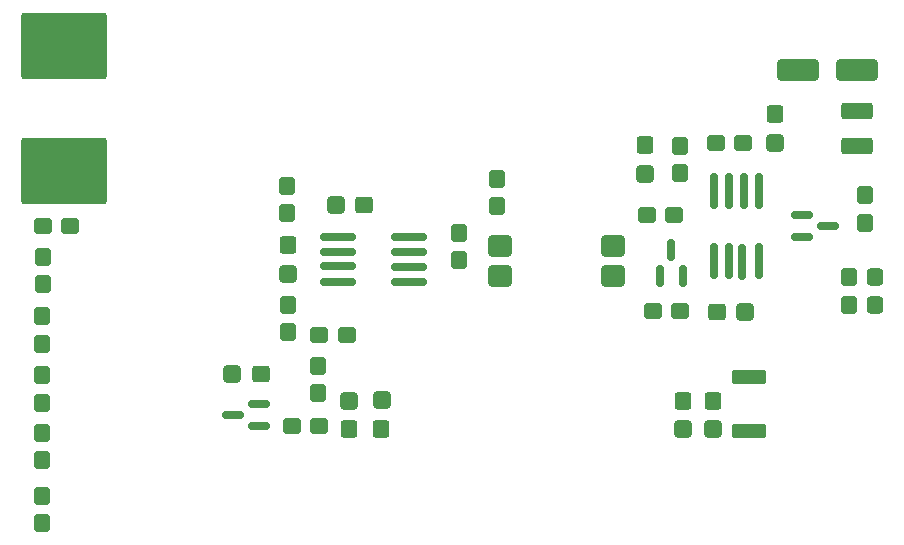
<source format=gbr>
%TF.GenerationSoftware,KiCad,Pcbnew,9.0.2*%
%TF.CreationDate,2025-07-25T15:12:23+08:00*%
%TF.ProjectId,tsal_r_v3,7473616c-5f72-45f7-9633-2e6b69636164,rev?*%
%TF.SameCoordinates,Original*%
%TF.FileFunction,Paste,Top*%
%TF.FilePolarity,Positive*%
%FSLAX46Y46*%
G04 Gerber Fmt 4.6, Leading zero omitted, Abs format (unit mm)*
G04 Created by KiCad (PCBNEW 9.0.2) date 2025-07-25 15:12:23*
%MOMM*%
%LPD*%
G01*
G04 APERTURE LIST*
G04 Aperture macros list*
%AMRoundRect*
0 Rectangle with rounded corners*
0 $1 Rounding radius*
0 $2 $3 $4 $5 $6 $7 $8 $9 X,Y pos of 4 corners*
0 Add a 4 corners polygon primitive as box body*
4,1,4,$2,$3,$4,$5,$6,$7,$8,$9,$2,$3,0*
0 Add four circle primitives for the rounded corners*
1,1,$1+$1,$2,$3*
1,1,$1+$1,$4,$5*
1,1,$1+$1,$6,$7*
1,1,$1+$1,$8,$9*
0 Add four rect primitives between the rounded corners*
20,1,$1+$1,$2,$3,$4,$5,0*
20,1,$1+$1,$4,$5,$6,$7,0*
20,1,$1+$1,$6,$7,$8,$9,0*
20,1,$1+$1,$8,$9,$2,$3,0*%
G04 Aperture macros list end*
%ADD10RoundRect,0.305575X0.460025X0.412525X-0.460025X0.412525X-0.460025X-0.412525X0.460025X-0.412525X0*%
%ADD11RoundRect,0.308511X0.457089X0.416489X-0.457089X0.416489X-0.457089X-0.416489X0.457089X-0.416489X0*%
%ADD12RoundRect,0.278125X-0.389375X0.474375X-0.389375X-0.474375X0.389375X-0.474375X0.389375X0.474375X0*%
%ADD13RoundRect,0.150000X0.150000X-1.350000X0.150000X1.350000X-0.150000X1.350000X-0.150000X-1.350000X0*%
%ADD14RoundRect,0.150000X0.150000X-1.337500X0.150000X1.337500X-0.150000X1.337500X-0.150000X-1.337500X0*%
%ADD15RoundRect,0.305575X0.412525X-0.460025X0.412525X0.460025X-0.412525X0.460025X-0.412525X-0.460025X0*%
%ADD16RoundRect,0.308511X0.416489X-0.457089X0.416489X0.457089X-0.416489X0.457089X-0.416489X-0.457089X0*%
%ADD17RoundRect,0.251116X3.376384X-2.561384X3.376384X2.561384X-3.376384X2.561384X-3.376384X-2.561384X0*%
%ADD18RoundRect,0.305575X-0.460025X-0.412525X0.460025X-0.412525X0.460025X0.412525X-0.460025X0.412525X0*%
%ADD19RoundRect,0.308511X-0.457089X-0.416489X0.457089X-0.416489X0.457089X0.416489X-0.457089X0.416489X0*%
%ADD20RoundRect,0.305575X-0.412525X0.460025X-0.412525X-0.460025X0.412525X-0.460025X0.412525X0.460025X0*%
%ADD21RoundRect,0.308511X-0.416489X0.457089X-0.416489X-0.457089X0.416489X-0.457089X0.416489X0.457089X0*%
%ADD22RoundRect,0.150000X-1.350000X-0.150000X1.350000X-0.150000X1.350000X0.150000X-1.350000X0.150000X0*%
%ADD23RoundRect,0.150000X-1.337500X-0.150000X1.337500X-0.150000X1.337500X0.150000X-1.337500X0.150000X0*%
%ADD24RoundRect,0.250001X1.074999X-0.462499X1.074999X0.462499X-1.074999X0.462499X-1.074999X-0.462499X0*%
%ADD25RoundRect,0.150000X0.750000X0.150000X-0.750000X0.150000X-0.750000X-0.150000X0.750000X-0.150000X0*%
%ADD26RoundRect,0.278125X0.389375X-0.474375X0.389375X0.474375X-0.389375X0.474375X-0.389375X-0.474375X0*%
%ADD27RoundRect,0.278125X-0.474375X-0.389375X0.474375X-0.389375X0.474375X0.389375X-0.474375X0.389375X0*%
%ADD28RoundRect,0.150000X-0.750000X-0.150000X0.750000X-0.150000X0.750000X0.150000X-0.750000X0.150000X0*%
%ADD29RoundRect,0.278125X0.474375X0.389375X-0.474375X0.389375X-0.474375X-0.389375X0.474375X-0.389375X0*%
%ADD30RoundRect,0.250000X-1.230000X-0.350000X1.230000X-0.350000X1.230000X0.350000X-1.230000X0.350000X0*%
%ADD31RoundRect,0.250000X-1.500000X-0.650000X1.500000X-0.650000X1.500000X0.650000X-1.500000X0.650000X0*%
%ADD32RoundRect,0.150000X0.150000X-0.750000X0.150000X0.750000X-0.150000X0.750000X-0.150000X-0.750000X0*%
%ADD33RoundRect,0.249999X-0.750001X-0.640001X0.750001X-0.640001X0.750001X0.640001X-0.750001X0.640001X0*%
%ADD34RoundRect,0.304348X-0.395652X0.420652X-0.395652X-0.420652X0.395652X-0.420652X0.395652X0.420652X0*%
G04 APERTURE END LIST*
D10*
%TO.C,C3*%
X57000000Y-94730000D03*
D11*
X54568800Y-94723100D03*
%TD*%
D12*
%TO.C,R9*%
X29739603Y-119347500D03*
X29739603Y-121652500D03*
%TD*%
%TO.C,R11*%
X50532500Y-103195000D03*
X50532500Y-105500000D03*
%TD*%
%TO.C,R16*%
X83750000Y-89695000D03*
X83750000Y-92000000D03*
%TD*%
D13*
%TO.C,U2*%
X86595000Y-99500000D03*
X87865000Y-99500000D03*
D14*
X89000000Y-99512500D03*
D13*
X90405000Y-99500000D03*
X90405000Y-93500000D03*
X89135000Y-93500000D03*
X87865000Y-93500000D03*
X86595000Y-93500000D03*
%TD*%
D15*
%TO.C,C9*%
X55708700Y-113715600D03*
D16*
X55715600Y-111284400D03*
%TD*%
D17*
%TO.C,F1*%
X31600000Y-91800000D03*
X31600000Y-81250000D03*
%TD*%
D15*
%TO.C,C4*%
X58444600Y-113681200D03*
D16*
X58451500Y-111250000D03*
%TD*%
D18*
%TO.C,C8*%
X86818800Y-103743100D03*
D19*
X89250000Y-103750000D03*
%TD*%
D20*
%TO.C,C5*%
X86506900Y-111284400D03*
D21*
X86500000Y-113715600D03*
%TD*%
D22*
%TO.C,LM1*%
X54750000Y-97460000D03*
X54750000Y-98730000D03*
D23*
X54737500Y-99865000D03*
D22*
X54750000Y-101270000D03*
X60750000Y-101270000D03*
X60750000Y-100000000D03*
X60750000Y-98730000D03*
X60750000Y-97460000D03*
%TD*%
D20*
%TO.C,C2*%
X50506900Y-98088800D03*
D21*
X50500000Y-100520000D03*
%TD*%
D24*
%TO.C,F2*%
X98750000Y-89737500D03*
X98750000Y-86762500D03*
%TD*%
D20*
%TO.C,C6*%
X80750000Y-89631900D03*
D21*
X80743100Y-92063100D03*
%TD*%
D10*
%TO.C,C1*%
X48215600Y-109006900D03*
D11*
X45784400Y-109000000D03*
%TD*%
D25*
%TO.C,U1*%
X48100000Y-113450000D03*
X48100000Y-111550000D03*
X45900000Y-112500000D03*
%TD*%
D12*
%TO.C,R1*%
X53032500Y-108347500D03*
X53032500Y-110652500D03*
%TD*%
%TO.C,R12*%
X65032500Y-97097500D03*
X65032500Y-99402500D03*
%TD*%
%TO.C,R5*%
X29760000Y-99132500D03*
X29760000Y-101437500D03*
%TD*%
D26*
%TO.C,R10*%
X50467500Y-95402500D03*
X50467500Y-93097500D03*
%TD*%
D27*
%TO.C,R4*%
X53195000Y-105750000D03*
X55500000Y-105750000D03*
%TD*%
D28*
%TO.C,U5*%
X94050000Y-95550000D03*
X94050000Y-97450000D03*
X96250000Y-96500000D03*
%TD*%
D12*
%TO.C,R19*%
X98032500Y-100847500D03*
X98032500Y-103152500D03*
%TD*%
D29*
%TO.C,R15*%
X83250000Y-95532500D03*
X80945000Y-95532500D03*
%TD*%
D30*
%TO.C,Q2*%
X89580000Y-109292500D03*
X89580000Y-113852500D03*
%TD*%
D31*
%TO.C,D2*%
X93750000Y-83250000D03*
X98750000Y-83250000D03*
%TD*%
D29*
%TO.C,R17*%
X89055000Y-89500000D03*
X86750000Y-89500000D03*
%TD*%
D26*
%TO.C,R6*%
X29695000Y-106447500D03*
X29695000Y-104142500D03*
%TD*%
D12*
%TO.C,R7*%
X29737500Y-109142500D03*
X29737500Y-111447500D03*
%TD*%
D32*
%TO.C,U4*%
X82050000Y-100750000D03*
X83950000Y-100750000D03*
X83000000Y-98550000D03*
%TD*%
D33*
%TO.C,U7*%
X68485000Y-98230000D03*
X68485000Y-100770000D03*
X78015000Y-100770000D03*
X78015000Y-98230000D03*
%TD*%
D12*
%TO.C,R20*%
X99400000Y-93895000D03*
X99400000Y-96200000D03*
%TD*%
D26*
%TO.C,R8*%
X29672500Y-116350000D03*
X29672500Y-114045000D03*
%TD*%
D12*
%TO.C,R13*%
X68250000Y-92500000D03*
X68250000Y-94805000D03*
%TD*%
D29*
%TO.C,R3*%
X32100000Y-96532500D03*
X29795000Y-96532500D03*
%TD*%
D20*
%TO.C,C7*%
X91750000Y-87000000D03*
D21*
X91743100Y-89431200D03*
%TD*%
D27*
%TO.C,R14*%
X81445000Y-103717500D03*
X83750000Y-103717500D03*
%TD*%
D34*
%TO.C,D3*%
X100200000Y-100825000D03*
X100200000Y-103175000D03*
%TD*%
D20*
%TO.C,C10*%
X84006900Y-111284400D03*
D21*
X84000000Y-113715600D03*
%TD*%
D27*
%TO.C,R2*%
X50847500Y-113467500D03*
X53152500Y-113467500D03*
%TD*%
M02*

</source>
